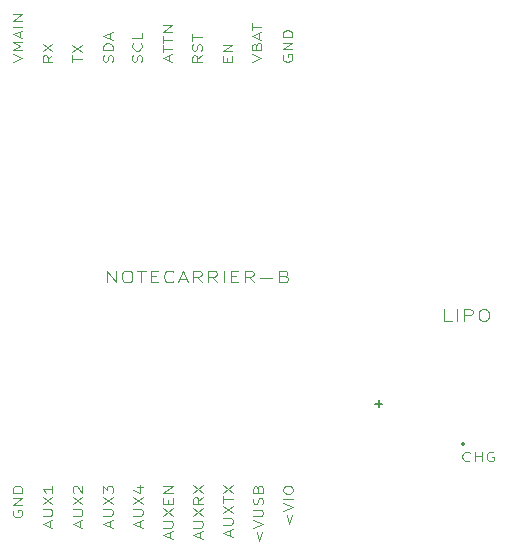
<source format=gbr>
%TF.GenerationSoftware,KiCad,Pcbnew,(7.0.0-0)*%
%TF.CreationDate,2023-03-31T14:52:11+11:00*%
%TF.ProjectId,Notecarrier-B,4e6f7465-6361-4727-9269-65722d422e6b,A*%
%TF.SameCoordinates,Original*%
%TF.FileFunction,Legend,Top*%
%TF.FilePolarity,Positive*%
%FSLAX46Y46*%
G04 Gerber Fmt 4.6, Leading zero omitted, Abs format (unit mm)*
G04 Created by KiCad (PCBNEW (7.0.0-0)) date 2023-03-31 14:52:11*
%MOMM*%
%LPD*%
G01*
G04 APERTURE LIST*
%ADD10C,0.195000*%
%ADD11C,0.160000*%
%ADD12C,0.125000*%
G04 APERTURE END LIST*
D10*
X142797500Y-91500000D02*
G75*
G03*
X142797500Y-91500000I-97500J0D01*
G01*
D11*
X135240476Y-88071142D02*
X135850000Y-88071142D01*
X135545238Y-88375904D02*
X135545238Y-87766380D01*
D12*
X112987809Y-59134523D02*
X113025904Y-58991666D01*
X113025904Y-58991666D02*
X113025904Y-58753571D01*
X113025904Y-58753571D02*
X112987809Y-58658333D01*
X112987809Y-58658333D02*
X112949714Y-58610714D01*
X112949714Y-58610714D02*
X112873523Y-58563095D01*
X112873523Y-58563095D02*
X112797333Y-58563095D01*
X112797333Y-58563095D02*
X112721142Y-58610714D01*
X112721142Y-58610714D02*
X112683047Y-58658333D01*
X112683047Y-58658333D02*
X112644952Y-58753571D01*
X112644952Y-58753571D02*
X112606857Y-58944047D01*
X112606857Y-58944047D02*
X112568761Y-59039285D01*
X112568761Y-59039285D02*
X112530666Y-59086904D01*
X112530666Y-59086904D02*
X112454476Y-59134523D01*
X112454476Y-59134523D02*
X112378285Y-59134523D01*
X112378285Y-59134523D02*
X112302095Y-59086904D01*
X112302095Y-59086904D02*
X112264000Y-59039285D01*
X112264000Y-59039285D02*
X112225904Y-58944047D01*
X112225904Y-58944047D02*
X112225904Y-58705952D01*
X112225904Y-58705952D02*
X112264000Y-58563095D01*
X113025904Y-58134523D02*
X112225904Y-58134523D01*
X112225904Y-58134523D02*
X112225904Y-57896428D01*
X112225904Y-57896428D02*
X112264000Y-57753571D01*
X112264000Y-57753571D02*
X112340190Y-57658333D01*
X112340190Y-57658333D02*
X112416380Y-57610714D01*
X112416380Y-57610714D02*
X112568761Y-57563095D01*
X112568761Y-57563095D02*
X112683047Y-57563095D01*
X112683047Y-57563095D02*
X112835428Y-57610714D01*
X112835428Y-57610714D02*
X112911619Y-57658333D01*
X112911619Y-57658333D02*
X112987809Y-57753571D01*
X112987809Y-57753571D02*
X113025904Y-57896428D01*
X113025904Y-57896428D02*
X113025904Y-58134523D01*
X112797333Y-57182142D02*
X112797333Y-56705952D01*
X113025904Y-57277380D02*
X112225904Y-56944047D01*
X112225904Y-56944047D02*
X113025904Y-56610714D01*
X127489000Y-58563095D02*
X127450904Y-58658333D01*
X127450904Y-58658333D02*
X127450904Y-58801190D01*
X127450904Y-58801190D02*
X127489000Y-58944047D01*
X127489000Y-58944047D02*
X127565190Y-59039285D01*
X127565190Y-59039285D02*
X127641380Y-59086904D01*
X127641380Y-59086904D02*
X127793761Y-59134523D01*
X127793761Y-59134523D02*
X127908047Y-59134523D01*
X127908047Y-59134523D02*
X128060428Y-59086904D01*
X128060428Y-59086904D02*
X128136619Y-59039285D01*
X128136619Y-59039285D02*
X128212809Y-58944047D01*
X128212809Y-58944047D02*
X128250904Y-58801190D01*
X128250904Y-58801190D02*
X128250904Y-58705952D01*
X128250904Y-58705952D02*
X128212809Y-58563095D01*
X128212809Y-58563095D02*
X128174714Y-58515476D01*
X128174714Y-58515476D02*
X127908047Y-58515476D01*
X127908047Y-58515476D02*
X127908047Y-58705952D01*
X128250904Y-58086904D02*
X127450904Y-58086904D01*
X127450904Y-58086904D02*
X128250904Y-57515476D01*
X128250904Y-57515476D02*
X127450904Y-57515476D01*
X128250904Y-57039285D02*
X127450904Y-57039285D01*
X127450904Y-57039285D02*
X127450904Y-56801190D01*
X127450904Y-56801190D02*
X127489000Y-56658333D01*
X127489000Y-56658333D02*
X127565190Y-56563095D01*
X127565190Y-56563095D02*
X127641380Y-56515476D01*
X127641380Y-56515476D02*
X127793761Y-56467857D01*
X127793761Y-56467857D02*
X127908047Y-56467857D01*
X127908047Y-56467857D02*
X128060428Y-56515476D01*
X128060428Y-56515476D02*
X128136619Y-56563095D01*
X128136619Y-56563095D02*
X128212809Y-56658333D01*
X128212809Y-56658333D02*
X128250904Y-56801190D01*
X128250904Y-56801190D02*
X128250904Y-57039285D01*
X127752571Y-97475000D02*
X127981142Y-98236904D01*
X127981142Y-98236904D02*
X128209714Y-97475000D01*
X127485904Y-97141666D02*
X128285904Y-96808333D01*
X128285904Y-96808333D02*
X127485904Y-96475000D01*
X128285904Y-96141666D02*
X127485904Y-96141666D01*
X127485904Y-95475000D02*
X127485904Y-95284524D01*
X127485904Y-95284524D02*
X127524000Y-95189286D01*
X127524000Y-95189286D02*
X127600190Y-95094048D01*
X127600190Y-95094048D02*
X127752571Y-95046429D01*
X127752571Y-95046429D02*
X128019238Y-95046429D01*
X128019238Y-95046429D02*
X128171619Y-95094048D01*
X128171619Y-95094048D02*
X128247809Y-95189286D01*
X128247809Y-95189286D02*
X128285904Y-95284524D01*
X128285904Y-95284524D02*
X128285904Y-95475000D01*
X128285904Y-95475000D02*
X128247809Y-95570238D01*
X128247809Y-95570238D02*
X128171619Y-95665476D01*
X128171619Y-95665476D02*
X128019238Y-95713095D01*
X128019238Y-95713095D02*
X127752571Y-95713095D01*
X127752571Y-95713095D02*
X127600190Y-95665476D01*
X127600190Y-95665476D02*
X127524000Y-95570238D01*
X127524000Y-95570238D02*
X127485904Y-95475000D01*
X110247333Y-98475000D02*
X110247333Y-97998810D01*
X110475904Y-98570238D02*
X109675904Y-98236905D01*
X109675904Y-98236905D02*
X110475904Y-97903572D01*
X109675904Y-97570238D02*
X110323523Y-97570238D01*
X110323523Y-97570238D02*
X110399714Y-97522619D01*
X110399714Y-97522619D02*
X110437809Y-97475000D01*
X110437809Y-97475000D02*
X110475904Y-97379762D01*
X110475904Y-97379762D02*
X110475904Y-97189286D01*
X110475904Y-97189286D02*
X110437809Y-97094048D01*
X110437809Y-97094048D02*
X110399714Y-97046429D01*
X110399714Y-97046429D02*
X110323523Y-96998810D01*
X110323523Y-96998810D02*
X109675904Y-96998810D01*
X109675904Y-96617857D02*
X110475904Y-95951191D01*
X109675904Y-95951191D02*
X110475904Y-96617857D01*
X109752095Y-95617857D02*
X109714000Y-95570238D01*
X109714000Y-95570238D02*
X109675904Y-95475000D01*
X109675904Y-95475000D02*
X109675904Y-95236905D01*
X109675904Y-95236905D02*
X109714000Y-95141667D01*
X109714000Y-95141667D02*
X109752095Y-95094048D01*
X109752095Y-95094048D02*
X109828285Y-95046429D01*
X109828285Y-95046429D02*
X109904476Y-95046429D01*
X109904476Y-95046429D02*
X110018761Y-95094048D01*
X110018761Y-95094048D02*
X110475904Y-95665476D01*
X110475904Y-95665476D02*
X110475904Y-95046429D01*
X120575904Y-58590476D02*
X120194952Y-58923809D01*
X120575904Y-59161904D02*
X119775904Y-59161904D01*
X119775904Y-59161904D02*
X119775904Y-58780952D01*
X119775904Y-58780952D02*
X119814000Y-58685714D01*
X119814000Y-58685714D02*
X119852095Y-58638095D01*
X119852095Y-58638095D02*
X119928285Y-58590476D01*
X119928285Y-58590476D02*
X120042571Y-58590476D01*
X120042571Y-58590476D02*
X120118761Y-58638095D01*
X120118761Y-58638095D02*
X120156857Y-58685714D01*
X120156857Y-58685714D02*
X120194952Y-58780952D01*
X120194952Y-58780952D02*
X120194952Y-59161904D01*
X120537809Y-58209523D02*
X120575904Y-58066666D01*
X120575904Y-58066666D02*
X120575904Y-57828571D01*
X120575904Y-57828571D02*
X120537809Y-57733333D01*
X120537809Y-57733333D02*
X120499714Y-57685714D01*
X120499714Y-57685714D02*
X120423523Y-57638095D01*
X120423523Y-57638095D02*
X120347333Y-57638095D01*
X120347333Y-57638095D02*
X120271142Y-57685714D01*
X120271142Y-57685714D02*
X120233047Y-57733333D01*
X120233047Y-57733333D02*
X120194952Y-57828571D01*
X120194952Y-57828571D02*
X120156857Y-58019047D01*
X120156857Y-58019047D02*
X120118761Y-58114285D01*
X120118761Y-58114285D02*
X120080666Y-58161904D01*
X120080666Y-58161904D02*
X120004476Y-58209523D01*
X120004476Y-58209523D02*
X119928285Y-58209523D01*
X119928285Y-58209523D02*
X119852095Y-58161904D01*
X119852095Y-58161904D02*
X119814000Y-58114285D01*
X119814000Y-58114285D02*
X119775904Y-58019047D01*
X119775904Y-58019047D02*
X119775904Y-57780952D01*
X119775904Y-57780952D02*
X119814000Y-57638095D01*
X119775904Y-57352380D02*
X119775904Y-56780952D01*
X120575904Y-57066666D02*
X119775904Y-57066666D01*
X104575904Y-59154761D02*
X105375904Y-58821428D01*
X105375904Y-58821428D02*
X104575904Y-58488095D01*
X105375904Y-58154761D02*
X104575904Y-58154761D01*
X104575904Y-58154761D02*
X105147333Y-57821428D01*
X105147333Y-57821428D02*
X104575904Y-57488095D01*
X104575904Y-57488095D02*
X105375904Y-57488095D01*
X105147333Y-57059523D02*
X105147333Y-56583333D01*
X105375904Y-57154761D02*
X104575904Y-56821428D01*
X104575904Y-56821428D02*
X105375904Y-56488095D01*
X105375904Y-56154761D02*
X104575904Y-56154761D01*
X105375904Y-55678571D02*
X104575904Y-55678571D01*
X104575904Y-55678571D02*
X105375904Y-55107143D01*
X105375904Y-55107143D02*
X104575904Y-55107143D01*
X107900904Y-58590476D02*
X107519952Y-58923809D01*
X107900904Y-59161904D02*
X107100904Y-59161904D01*
X107100904Y-59161904D02*
X107100904Y-58780952D01*
X107100904Y-58780952D02*
X107139000Y-58685714D01*
X107139000Y-58685714D02*
X107177095Y-58638095D01*
X107177095Y-58638095D02*
X107253285Y-58590476D01*
X107253285Y-58590476D02*
X107367571Y-58590476D01*
X107367571Y-58590476D02*
X107443761Y-58638095D01*
X107443761Y-58638095D02*
X107481857Y-58685714D01*
X107481857Y-58685714D02*
X107519952Y-58780952D01*
X107519952Y-58780952D02*
X107519952Y-59161904D01*
X107100904Y-58257142D02*
X107900904Y-57590476D01*
X107100904Y-57590476D02*
X107900904Y-58257142D01*
X112817333Y-98475000D02*
X112817333Y-97998810D01*
X113045904Y-98570238D02*
X112245904Y-98236905D01*
X112245904Y-98236905D02*
X113045904Y-97903572D01*
X112245904Y-97570238D02*
X112893523Y-97570238D01*
X112893523Y-97570238D02*
X112969714Y-97522619D01*
X112969714Y-97522619D02*
X113007809Y-97475000D01*
X113007809Y-97475000D02*
X113045904Y-97379762D01*
X113045904Y-97379762D02*
X113045904Y-97189286D01*
X113045904Y-97189286D02*
X113007809Y-97094048D01*
X113007809Y-97094048D02*
X112969714Y-97046429D01*
X112969714Y-97046429D02*
X112893523Y-96998810D01*
X112893523Y-96998810D02*
X112245904Y-96998810D01*
X112245904Y-96617857D02*
X113045904Y-95951191D01*
X112245904Y-95951191D02*
X113045904Y-96617857D01*
X112245904Y-95665476D02*
X112245904Y-95046429D01*
X112245904Y-95046429D02*
X112550666Y-95379762D01*
X112550666Y-95379762D02*
X112550666Y-95236905D01*
X112550666Y-95236905D02*
X112588761Y-95141667D01*
X112588761Y-95141667D02*
X112626857Y-95094048D01*
X112626857Y-95094048D02*
X112703047Y-95046429D01*
X112703047Y-95046429D02*
X112893523Y-95046429D01*
X112893523Y-95046429D02*
X112969714Y-95094048D01*
X112969714Y-95094048D02*
X113007809Y-95141667D01*
X113007809Y-95141667D02*
X113045904Y-95236905D01*
X113045904Y-95236905D02*
X113045904Y-95522619D01*
X113045904Y-95522619D02*
X113007809Y-95617857D01*
X113007809Y-95617857D02*
X112969714Y-95665476D01*
X109625904Y-59154761D02*
X109625904Y-58583333D01*
X110425904Y-58869047D02*
X109625904Y-58869047D01*
X109625904Y-58345237D02*
X110425904Y-57678571D01*
X109625904Y-57678571D02*
X110425904Y-58345237D01*
X117897333Y-99475000D02*
X117897333Y-98998810D01*
X118125904Y-99570238D02*
X117325904Y-99236905D01*
X117325904Y-99236905D02*
X118125904Y-98903572D01*
X117325904Y-98570238D02*
X117973523Y-98570238D01*
X117973523Y-98570238D02*
X118049714Y-98522619D01*
X118049714Y-98522619D02*
X118087809Y-98475000D01*
X118087809Y-98475000D02*
X118125904Y-98379762D01*
X118125904Y-98379762D02*
X118125904Y-98189286D01*
X118125904Y-98189286D02*
X118087809Y-98094048D01*
X118087809Y-98094048D02*
X118049714Y-98046429D01*
X118049714Y-98046429D02*
X117973523Y-97998810D01*
X117973523Y-97998810D02*
X117325904Y-97998810D01*
X117325904Y-97617857D02*
X118125904Y-96951191D01*
X117325904Y-96951191D02*
X118125904Y-97617857D01*
X117706857Y-96570238D02*
X117706857Y-96236905D01*
X118125904Y-96094048D02*
X118125904Y-96570238D01*
X118125904Y-96570238D02*
X117325904Y-96570238D01*
X117325904Y-96570238D02*
X117325904Y-96094048D01*
X118125904Y-95665476D02*
X117325904Y-95665476D01*
X117325904Y-95665476D02*
X118125904Y-95094048D01*
X118125904Y-95094048D02*
X117325904Y-95094048D01*
X124825904Y-59154761D02*
X125625904Y-58821428D01*
X125625904Y-58821428D02*
X124825904Y-58488095D01*
X125206857Y-57821428D02*
X125244952Y-57678571D01*
X125244952Y-57678571D02*
X125283047Y-57630952D01*
X125283047Y-57630952D02*
X125359238Y-57583333D01*
X125359238Y-57583333D02*
X125473523Y-57583333D01*
X125473523Y-57583333D02*
X125549714Y-57630952D01*
X125549714Y-57630952D02*
X125587809Y-57678571D01*
X125587809Y-57678571D02*
X125625904Y-57773809D01*
X125625904Y-57773809D02*
X125625904Y-58154761D01*
X125625904Y-58154761D02*
X124825904Y-58154761D01*
X124825904Y-58154761D02*
X124825904Y-57821428D01*
X124825904Y-57821428D02*
X124864000Y-57726190D01*
X124864000Y-57726190D02*
X124902095Y-57678571D01*
X124902095Y-57678571D02*
X124978285Y-57630952D01*
X124978285Y-57630952D02*
X125054476Y-57630952D01*
X125054476Y-57630952D02*
X125130666Y-57678571D01*
X125130666Y-57678571D02*
X125168761Y-57726190D01*
X125168761Y-57726190D02*
X125206857Y-57821428D01*
X125206857Y-57821428D02*
X125206857Y-58154761D01*
X125397333Y-57202380D02*
X125397333Y-56726190D01*
X125625904Y-57297618D02*
X124825904Y-56964285D01*
X124825904Y-56964285D02*
X125625904Y-56630952D01*
X124825904Y-56440475D02*
X124825904Y-55869047D01*
X125625904Y-56154761D02*
X124825904Y-56154761D01*
X122977333Y-99236905D02*
X122977333Y-98760715D01*
X123205904Y-99332143D02*
X122405904Y-98998810D01*
X122405904Y-98998810D02*
X123205904Y-98665477D01*
X122405904Y-98332143D02*
X123053523Y-98332143D01*
X123053523Y-98332143D02*
X123129714Y-98284524D01*
X123129714Y-98284524D02*
X123167809Y-98236905D01*
X123167809Y-98236905D02*
X123205904Y-98141667D01*
X123205904Y-98141667D02*
X123205904Y-97951191D01*
X123205904Y-97951191D02*
X123167809Y-97855953D01*
X123167809Y-97855953D02*
X123129714Y-97808334D01*
X123129714Y-97808334D02*
X123053523Y-97760715D01*
X123053523Y-97760715D02*
X122405904Y-97760715D01*
X122405904Y-97379762D02*
X123205904Y-96713096D01*
X122405904Y-96713096D02*
X123205904Y-97379762D01*
X122405904Y-96475000D02*
X122405904Y-95903572D01*
X123205904Y-96189286D02*
X122405904Y-96189286D01*
X122405904Y-95665476D02*
X123205904Y-94998810D01*
X122405904Y-94998810D02*
X123205904Y-95665476D01*
X120437333Y-99475000D02*
X120437333Y-98998810D01*
X120665904Y-99570238D02*
X119865904Y-99236905D01*
X119865904Y-99236905D02*
X120665904Y-98903572D01*
X119865904Y-98570238D02*
X120513523Y-98570238D01*
X120513523Y-98570238D02*
X120589714Y-98522619D01*
X120589714Y-98522619D02*
X120627809Y-98475000D01*
X120627809Y-98475000D02*
X120665904Y-98379762D01*
X120665904Y-98379762D02*
X120665904Y-98189286D01*
X120665904Y-98189286D02*
X120627809Y-98094048D01*
X120627809Y-98094048D02*
X120589714Y-98046429D01*
X120589714Y-98046429D02*
X120513523Y-97998810D01*
X120513523Y-97998810D02*
X119865904Y-97998810D01*
X119865904Y-97617857D02*
X120665904Y-96951191D01*
X119865904Y-96951191D02*
X120665904Y-97617857D01*
X120665904Y-95998810D02*
X120284952Y-96332143D01*
X120665904Y-96570238D02*
X119865904Y-96570238D01*
X119865904Y-96570238D02*
X119865904Y-96189286D01*
X119865904Y-96189286D02*
X119904000Y-96094048D01*
X119904000Y-96094048D02*
X119942095Y-96046429D01*
X119942095Y-96046429D02*
X120018285Y-95998810D01*
X120018285Y-95998810D02*
X120132571Y-95998810D01*
X120132571Y-95998810D02*
X120208761Y-96046429D01*
X120208761Y-96046429D02*
X120246857Y-96094048D01*
X120246857Y-96094048D02*
X120284952Y-96189286D01*
X120284952Y-96189286D02*
X120284952Y-96570238D01*
X119865904Y-95665476D02*
X120665904Y-94998810D01*
X119865904Y-94998810D02*
X120665904Y-95665476D01*
X112534523Y-77807380D02*
X112534523Y-76807380D01*
X112534523Y-76807380D02*
X113277380Y-77807380D01*
X113277380Y-77807380D02*
X113277380Y-76807380D01*
X114144047Y-76807380D02*
X114391666Y-76807380D01*
X114391666Y-76807380D02*
X114515476Y-76855000D01*
X114515476Y-76855000D02*
X114639285Y-76950238D01*
X114639285Y-76950238D02*
X114701190Y-77140714D01*
X114701190Y-77140714D02*
X114701190Y-77474047D01*
X114701190Y-77474047D02*
X114639285Y-77664523D01*
X114639285Y-77664523D02*
X114515476Y-77759761D01*
X114515476Y-77759761D02*
X114391666Y-77807380D01*
X114391666Y-77807380D02*
X114144047Y-77807380D01*
X114144047Y-77807380D02*
X114020238Y-77759761D01*
X114020238Y-77759761D02*
X113896428Y-77664523D01*
X113896428Y-77664523D02*
X113834524Y-77474047D01*
X113834524Y-77474047D02*
X113834524Y-77140714D01*
X113834524Y-77140714D02*
X113896428Y-76950238D01*
X113896428Y-76950238D02*
X114020238Y-76855000D01*
X114020238Y-76855000D02*
X114144047Y-76807380D01*
X115072619Y-76807380D02*
X115815476Y-76807380D01*
X115444048Y-77807380D02*
X115444048Y-76807380D01*
X116248809Y-77283571D02*
X116682143Y-77283571D01*
X116867857Y-77807380D02*
X116248809Y-77807380D01*
X116248809Y-77807380D02*
X116248809Y-76807380D01*
X116248809Y-76807380D02*
X116867857Y-76807380D01*
X118167856Y-77712142D02*
X118105952Y-77759761D01*
X118105952Y-77759761D02*
X117920237Y-77807380D01*
X117920237Y-77807380D02*
X117796428Y-77807380D01*
X117796428Y-77807380D02*
X117610714Y-77759761D01*
X117610714Y-77759761D02*
X117486904Y-77664523D01*
X117486904Y-77664523D02*
X117424999Y-77569285D01*
X117424999Y-77569285D02*
X117363095Y-77378809D01*
X117363095Y-77378809D02*
X117363095Y-77235952D01*
X117363095Y-77235952D02*
X117424999Y-77045476D01*
X117424999Y-77045476D02*
X117486904Y-76950238D01*
X117486904Y-76950238D02*
X117610714Y-76855000D01*
X117610714Y-76855000D02*
X117796428Y-76807380D01*
X117796428Y-76807380D02*
X117920237Y-76807380D01*
X117920237Y-76807380D02*
X118105952Y-76855000D01*
X118105952Y-76855000D02*
X118167856Y-76902619D01*
X118663095Y-77521666D02*
X119282142Y-77521666D01*
X118539285Y-77807380D02*
X118972618Y-76807380D01*
X118972618Y-76807380D02*
X119405952Y-77807380D01*
X120582142Y-77807380D02*
X120148809Y-77331190D01*
X119839285Y-77807380D02*
X119839285Y-76807380D01*
X119839285Y-76807380D02*
X120334523Y-76807380D01*
X120334523Y-76807380D02*
X120458333Y-76855000D01*
X120458333Y-76855000D02*
X120520238Y-76902619D01*
X120520238Y-76902619D02*
X120582142Y-76997857D01*
X120582142Y-76997857D02*
X120582142Y-77140714D01*
X120582142Y-77140714D02*
X120520238Y-77235952D01*
X120520238Y-77235952D02*
X120458333Y-77283571D01*
X120458333Y-77283571D02*
X120334523Y-77331190D01*
X120334523Y-77331190D02*
X119839285Y-77331190D01*
X121882142Y-77807380D02*
X121448809Y-77331190D01*
X121139285Y-77807380D02*
X121139285Y-76807380D01*
X121139285Y-76807380D02*
X121634523Y-76807380D01*
X121634523Y-76807380D02*
X121758333Y-76855000D01*
X121758333Y-76855000D02*
X121820238Y-76902619D01*
X121820238Y-76902619D02*
X121882142Y-76997857D01*
X121882142Y-76997857D02*
X121882142Y-77140714D01*
X121882142Y-77140714D02*
X121820238Y-77235952D01*
X121820238Y-77235952D02*
X121758333Y-77283571D01*
X121758333Y-77283571D02*
X121634523Y-77331190D01*
X121634523Y-77331190D02*
X121139285Y-77331190D01*
X122439285Y-77807380D02*
X122439285Y-76807380D01*
X123058333Y-77283571D02*
X123491667Y-77283571D01*
X123677381Y-77807380D02*
X123058333Y-77807380D01*
X123058333Y-77807380D02*
X123058333Y-76807380D01*
X123058333Y-76807380D02*
X123677381Y-76807380D01*
X124977380Y-77807380D02*
X124544047Y-77331190D01*
X124234523Y-77807380D02*
X124234523Y-76807380D01*
X124234523Y-76807380D02*
X124729761Y-76807380D01*
X124729761Y-76807380D02*
X124853571Y-76855000D01*
X124853571Y-76855000D02*
X124915476Y-76902619D01*
X124915476Y-76902619D02*
X124977380Y-76997857D01*
X124977380Y-76997857D02*
X124977380Y-77140714D01*
X124977380Y-77140714D02*
X124915476Y-77235952D01*
X124915476Y-77235952D02*
X124853571Y-77283571D01*
X124853571Y-77283571D02*
X124729761Y-77331190D01*
X124729761Y-77331190D02*
X124234523Y-77331190D01*
X125534523Y-77426428D02*
X126525000Y-77426428D01*
X127577381Y-77283571D02*
X127763095Y-77331190D01*
X127763095Y-77331190D02*
X127825000Y-77378809D01*
X127825000Y-77378809D02*
X127886904Y-77474047D01*
X127886904Y-77474047D02*
X127886904Y-77616904D01*
X127886904Y-77616904D02*
X127825000Y-77712142D01*
X127825000Y-77712142D02*
X127763095Y-77759761D01*
X127763095Y-77759761D02*
X127639285Y-77807380D01*
X127639285Y-77807380D02*
X127144047Y-77807380D01*
X127144047Y-77807380D02*
X127144047Y-76807380D01*
X127144047Y-76807380D02*
X127577381Y-76807380D01*
X127577381Y-76807380D02*
X127701190Y-76855000D01*
X127701190Y-76855000D02*
X127763095Y-76902619D01*
X127763095Y-76902619D02*
X127825000Y-76997857D01*
X127825000Y-76997857D02*
X127825000Y-77093095D01*
X127825000Y-77093095D02*
X127763095Y-77188333D01*
X127763095Y-77188333D02*
X127701190Y-77235952D01*
X127701190Y-77235952D02*
X127577381Y-77283571D01*
X127577381Y-77283571D02*
X127144047Y-77283571D01*
X115462809Y-59134523D02*
X115500904Y-58991666D01*
X115500904Y-58991666D02*
X115500904Y-58753571D01*
X115500904Y-58753571D02*
X115462809Y-58658333D01*
X115462809Y-58658333D02*
X115424714Y-58610714D01*
X115424714Y-58610714D02*
X115348523Y-58563095D01*
X115348523Y-58563095D02*
X115272333Y-58563095D01*
X115272333Y-58563095D02*
X115196142Y-58610714D01*
X115196142Y-58610714D02*
X115158047Y-58658333D01*
X115158047Y-58658333D02*
X115119952Y-58753571D01*
X115119952Y-58753571D02*
X115081857Y-58944047D01*
X115081857Y-58944047D02*
X115043761Y-59039285D01*
X115043761Y-59039285D02*
X115005666Y-59086904D01*
X115005666Y-59086904D02*
X114929476Y-59134523D01*
X114929476Y-59134523D02*
X114853285Y-59134523D01*
X114853285Y-59134523D02*
X114777095Y-59086904D01*
X114777095Y-59086904D02*
X114739000Y-59039285D01*
X114739000Y-59039285D02*
X114700904Y-58944047D01*
X114700904Y-58944047D02*
X114700904Y-58705952D01*
X114700904Y-58705952D02*
X114739000Y-58563095D01*
X115424714Y-57563095D02*
X115462809Y-57610714D01*
X115462809Y-57610714D02*
X115500904Y-57753571D01*
X115500904Y-57753571D02*
X115500904Y-57848809D01*
X115500904Y-57848809D02*
X115462809Y-57991666D01*
X115462809Y-57991666D02*
X115386619Y-58086904D01*
X115386619Y-58086904D02*
X115310428Y-58134523D01*
X115310428Y-58134523D02*
X115158047Y-58182142D01*
X115158047Y-58182142D02*
X115043761Y-58182142D01*
X115043761Y-58182142D02*
X114891380Y-58134523D01*
X114891380Y-58134523D02*
X114815190Y-58086904D01*
X114815190Y-58086904D02*
X114739000Y-57991666D01*
X114739000Y-57991666D02*
X114700904Y-57848809D01*
X114700904Y-57848809D02*
X114700904Y-57753571D01*
X114700904Y-57753571D02*
X114739000Y-57610714D01*
X114739000Y-57610714D02*
X114777095Y-57563095D01*
X115500904Y-56658333D02*
X115500904Y-57134523D01*
X115500904Y-57134523D02*
X114700904Y-57134523D01*
X107697333Y-98475000D02*
X107697333Y-97998810D01*
X107925904Y-98570238D02*
X107125904Y-98236905D01*
X107125904Y-98236905D02*
X107925904Y-97903572D01*
X107125904Y-97570238D02*
X107773523Y-97570238D01*
X107773523Y-97570238D02*
X107849714Y-97522619D01*
X107849714Y-97522619D02*
X107887809Y-97475000D01*
X107887809Y-97475000D02*
X107925904Y-97379762D01*
X107925904Y-97379762D02*
X107925904Y-97189286D01*
X107925904Y-97189286D02*
X107887809Y-97094048D01*
X107887809Y-97094048D02*
X107849714Y-97046429D01*
X107849714Y-97046429D02*
X107773523Y-96998810D01*
X107773523Y-96998810D02*
X107125904Y-96998810D01*
X107125904Y-96617857D02*
X107925904Y-95951191D01*
X107125904Y-95951191D02*
X107925904Y-96617857D01*
X107925904Y-95046429D02*
X107925904Y-95617857D01*
X107925904Y-95332143D02*
X107125904Y-95332143D01*
X107125904Y-95332143D02*
X107240190Y-95427381D01*
X107240190Y-95427381D02*
X107316380Y-95522619D01*
X107316380Y-95522619D02*
X107354476Y-95617857D01*
X104614000Y-97141667D02*
X104575904Y-97236905D01*
X104575904Y-97236905D02*
X104575904Y-97379762D01*
X104575904Y-97379762D02*
X104614000Y-97522619D01*
X104614000Y-97522619D02*
X104690190Y-97617857D01*
X104690190Y-97617857D02*
X104766380Y-97665476D01*
X104766380Y-97665476D02*
X104918761Y-97713095D01*
X104918761Y-97713095D02*
X105033047Y-97713095D01*
X105033047Y-97713095D02*
X105185428Y-97665476D01*
X105185428Y-97665476D02*
X105261619Y-97617857D01*
X105261619Y-97617857D02*
X105337809Y-97522619D01*
X105337809Y-97522619D02*
X105375904Y-97379762D01*
X105375904Y-97379762D02*
X105375904Y-97284524D01*
X105375904Y-97284524D02*
X105337809Y-97141667D01*
X105337809Y-97141667D02*
X105299714Y-97094048D01*
X105299714Y-97094048D02*
X105033047Y-97094048D01*
X105033047Y-97094048D02*
X105033047Y-97284524D01*
X105375904Y-96665476D02*
X104575904Y-96665476D01*
X104575904Y-96665476D02*
X105375904Y-96094048D01*
X105375904Y-96094048D02*
X104575904Y-96094048D01*
X105375904Y-95617857D02*
X104575904Y-95617857D01*
X104575904Y-95617857D02*
X104575904Y-95379762D01*
X104575904Y-95379762D02*
X104614000Y-95236905D01*
X104614000Y-95236905D02*
X104690190Y-95141667D01*
X104690190Y-95141667D02*
X104766380Y-95094048D01*
X104766380Y-95094048D02*
X104918761Y-95046429D01*
X104918761Y-95046429D02*
X105033047Y-95046429D01*
X105033047Y-95046429D02*
X105185428Y-95094048D01*
X105185428Y-95094048D02*
X105261619Y-95141667D01*
X105261619Y-95141667D02*
X105337809Y-95236905D01*
X105337809Y-95236905D02*
X105375904Y-95379762D01*
X105375904Y-95379762D02*
X105375904Y-95617857D01*
X117822333Y-59059523D02*
X117822333Y-58583333D01*
X118050904Y-59154761D02*
X117250904Y-58821428D01*
X117250904Y-58821428D02*
X118050904Y-58488095D01*
X117250904Y-58297618D02*
X117250904Y-57726190D01*
X118050904Y-58011904D02*
X117250904Y-58011904D01*
X117250904Y-57535713D02*
X117250904Y-56964285D01*
X118050904Y-57249999D02*
X117250904Y-57249999D01*
X118050904Y-56630951D02*
X117250904Y-56630951D01*
X117250904Y-56630951D02*
X118050904Y-56059523D01*
X118050904Y-56059523D02*
X117250904Y-56059523D01*
X141728571Y-81082380D02*
X141109523Y-81082380D01*
X141109523Y-81082380D02*
X141109523Y-80082380D01*
X142161904Y-81082380D02*
X142161904Y-80082380D01*
X142780952Y-81082380D02*
X142780952Y-80082380D01*
X142780952Y-80082380D02*
X143276190Y-80082380D01*
X143276190Y-80082380D02*
X143400000Y-80130000D01*
X143400000Y-80130000D02*
X143461905Y-80177619D01*
X143461905Y-80177619D02*
X143523809Y-80272857D01*
X143523809Y-80272857D02*
X143523809Y-80415714D01*
X143523809Y-80415714D02*
X143461905Y-80510952D01*
X143461905Y-80510952D02*
X143400000Y-80558571D01*
X143400000Y-80558571D02*
X143276190Y-80606190D01*
X143276190Y-80606190D02*
X142780952Y-80606190D01*
X144328571Y-80082380D02*
X144576190Y-80082380D01*
X144576190Y-80082380D02*
X144700000Y-80130000D01*
X144700000Y-80130000D02*
X144823809Y-80225238D01*
X144823809Y-80225238D02*
X144885714Y-80415714D01*
X144885714Y-80415714D02*
X144885714Y-80749047D01*
X144885714Y-80749047D02*
X144823809Y-80939523D01*
X144823809Y-80939523D02*
X144700000Y-81034761D01*
X144700000Y-81034761D02*
X144576190Y-81082380D01*
X144576190Y-81082380D02*
X144328571Y-81082380D01*
X144328571Y-81082380D02*
X144204762Y-81034761D01*
X144204762Y-81034761D02*
X144080952Y-80939523D01*
X144080952Y-80939523D02*
X144019048Y-80749047D01*
X144019048Y-80749047D02*
X144019048Y-80415714D01*
X144019048Y-80415714D02*
X144080952Y-80225238D01*
X144080952Y-80225238D02*
X144204762Y-80130000D01*
X144204762Y-80130000D02*
X144328571Y-80082380D01*
X115357333Y-98475000D02*
X115357333Y-97998810D01*
X115585904Y-98570238D02*
X114785904Y-98236905D01*
X114785904Y-98236905D02*
X115585904Y-97903572D01*
X114785904Y-97570238D02*
X115433523Y-97570238D01*
X115433523Y-97570238D02*
X115509714Y-97522619D01*
X115509714Y-97522619D02*
X115547809Y-97475000D01*
X115547809Y-97475000D02*
X115585904Y-97379762D01*
X115585904Y-97379762D02*
X115585904Y-97189286D01*
X115585904Y-97189286D02*
X115547809Y-97094048D01*
X115547809Y-97094048D02*
X115509714Y-97046429D01*
X115509714Y-97046429D02*
X115433523Y-96998810D01*
X115433523Y-96998810D02*
X114785904Y-96998810D01*
X114785904Y-96617857D02*
X115585904Y-95951191D01*
X114785904Y-95951191D02*
X115585904Y-96617857D01*
X115052571Y-95141667D02*
X115585904Y-95141667D01*
X114747809Y-95379762D02*
X115319238Y-95617857D01*
X115319238Y-95617857D02*
X115319238Y-94998810D01*
X143259523Y-92874714D02*
X143211904Y-92912809D01*
X143211904Y-92912809D02*
X143069047Y-92950904D01*
X143069047Y-92950904D02*
X142973809Y-92950904D01*
X142973809Y-92950904D02*
X142830952Y-92912809D01*
X142830952Y-92912809D02*
X142735714Y-92836619D01*
X142735714Y-92836619D02*
X142688095Y-92760428D01*
X142688095Y-92760428D02*
X142640476Y-92608047D01*
X142640476Y-92608047D02*
X142640476Y-92493761D01*
X142640476Y-92493761D02*
X142688095Y-92341380D01*
X142688095Y-92341380D02*
X142735714Y-92265190D01*
X142735714Y-92265190D02*
X142830952Y-92189000D01*
X142830952Y-92189000D02*
X142973809Y-92150904D01*
X142973809Y-92150904D02*
X143069047Y-92150904D01*
X143069047Y-92150904D02*
X143211904Y-92189000D01*
X143211904Y-92189000D02*
X143259523Y-92227095D01*
X143688095Y-92950904D02*
X143688095Y-92150904D01*
X143688095Y-92531857D02*
X144259523Y-92531857D01*
X144259523Y-92950904D02*
X144259523Y-92150904D01*
X145259523Y-92189000D02*
X145164285Y-92150904D01*
X145164285Y-92150904D02*
X145021428Y-92150904D01*
X145021428Y-92150904D02*
X144878571Y-92189000D01*
X144878571Y-92189000D02*
X144783333Y-92265190D01*
X144783333Y-92265190D02*
X144735714Y-92341380D01*
X144735714Y-92341380D02*
X144688095Y-92493761D01*
X144688095Y-92493761D02*
X144688095Y-92608047D01*
X144688095Y-92608047D02*
X144735714Y-92760428D01*
X144735714Y-92760428D02*
X144783333Y-92836619D01*
X144783333Y-92836619D02*
X144878571Y-92912809D01*
X144878571Y-92912809D02*
X145021428Y-92950904D01*
X145021428Y-92950904D02*
X145116666Y-92950904D01*
X145116666Y-92950904D02*
X145259523Y-92912809D01*
X145259523Y-92912809D02*
X145307142Y-92874714D01*
X145307142Y-92874714D02*
X145307142Y-92608047D01*
X145307142Y-92608047D02*
X145116666Y-92608047D01*
X122731857Y-59161904D02*
X122731857Y-58828571D01*
X123150904Y-58685714D02*
X123150904Y-59161904D01*
X123150904Y-59161904D02*
X122350904Y-59161904D01*
X122350904Y-59161904D02*
X122350904Y-58685714D01*
X123150904Y-58257142D02*
X122350904Y-58257142D01*
X122350904Y-58257142D02*
X123150904Y-57685714D01*
X123150904Y-57685714D02*
X122350904Y-57685714D01*
X125212571Y-98951191D02*
X125441142Y-99713095D01*
X125441142Y-99713095D02*
X125669714Y-98951191D01*
X124945904Y-98617857D02*
X125745904Y-98284524D01*
X125745904Y-98284524D02*
X124945904Y-97951191D01*
X124945904Y-97617857D02*
X125593523Y-97617857D01*
X125593523Y-97617857D02*
X125669714Y-97570238D01*
X125669714Y-97570238D02*
X125707809Y-97522619D01*
X125707809Y-97522619D02*
X125745904Y-97427381D01*
X125745904Y-97427381D02*
X125745904Y-97236905D01*
X125745904Y-97236905D02*
X125707809Y-97141667D01*
X125707809Y-97141667D02*
X125669714Y-97094048D01*
X125669714Y-97094048D02*
X125593523Y-97046429D01*
X125593523Y-97046429D02*
X124945904Y-97046429D01*
X125707809Y-96617857D02*
X125745904Y-96475000D01*
X125745904Y-96475000D02*
X125745904Y-96236905D01*
X125745904Y-96236905D02*
X125707809Y-96141667D01*
X125707809Y-96141667D02*
X125669714Y-96094048D01*
X125669714Y-96094048D02*
X125593523Y-96046429D01*
X125593523Y-96046429D02*
X125517333Y-96046429D01*
X125517333Y-96046429D02*
X125441142Y-96094048D01*
X125441142Y-96094048D02*
X125403047Y-96141667D01*
X125403047Y-96141667D02*
X125364952Y-96236905D01*
X125364952Y-96236905D02*
X125326857Y-96427381D01*
X125326857Y-96427381D02*
X125288761Y-96522619D01*
X125288761Y-96522619D02*
X125250666Y-96570238D01*
X125250666Y-96570238D02*
X125174476Y-96617857D01*
X125174476Y-96617857D02*
X125098285Y-96617857D01*
X125098285Y-96617857D02*
X125022095Y-96570238D01*
X125022095Y-96570238D02*
X124984000Y-96522619D01*
X124984000Y-96522619D02*
X124945904Y-96427381D01*
X124945904Y-96427381D02*
X124945904Y-96189286D01*
X124945904Y-96189286D02*
X124984000Y-96046429D01*
X125326857Y-95284524D02*
X125364952Y-95141667D01*
X125364952Y-95141667D02*
X125403047Y-95094048D01*
X125403047Y-95094048D02*
X125479238Y-95046429D01*
X125479238Y-95046429D02*
X125593523Y-95046429D01*
X125593523Y-95046429D02*
X125669714Y-95094048D01*
X125669714Y-95094048D02*
X125707809Y-95141667D01*
X125707809Y-95141667D02*
X125745904Y-95236905D01*
X125745904Y-95236905D02*
X125745904Y-95617857D01*
X125745904Y-95617857D02*
X124945904Y-95617857D01*
X124945904Y-95617857D02*
X124945904Y-95284524D01*
X124945904Y-95284524D02*
X124984000Y-95189286D01*
X124984000Y-95189286D02*
X125022095Y-95141667D01*
X125022095Y-95141667D02*
X125098285Y-95094048D01*
X125098285Y-95094048D02*
X125174476Y-95094048D01*
X125174476Y-95094048D02*
X125250666Y-95141667D01*
X125250666Y-95141667D02*
X125288761Y-95189286D01*
X125288761Y-95189286D02*
X125326857Y-95284524D01*
X125326857Y-95284524D02*
X125326857Y-95617857D01*
M02*

</source>
